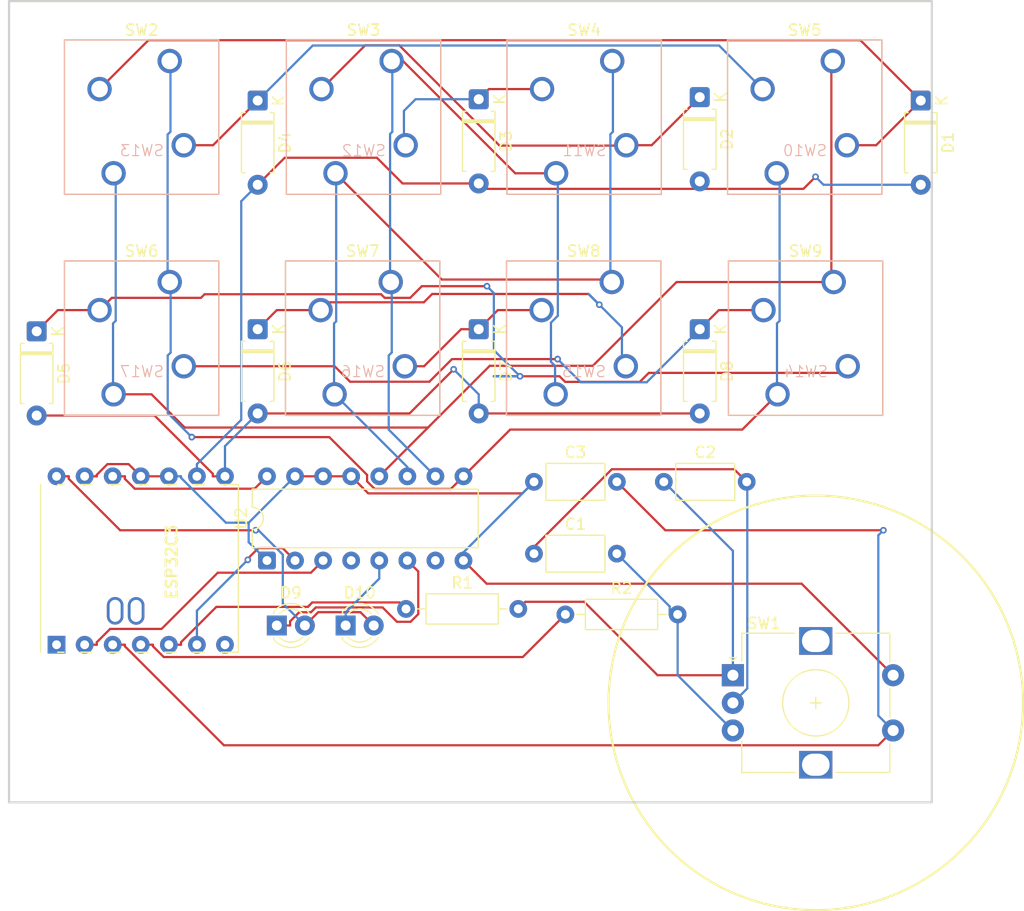
<source format=kicad_pcb>
(kicad_pcb (version 20241229) (generator "pcbnew") (generator_version "9.0")
  (layers (0 "F.Cu" signal) (2 "B.Cu" signal) (13 "F.Paste" user) (15 "B.Paste" user) (5 "F.SilkS" user "F.Silkscreen") (7 "B.SilkS" user "B.Silkscreen") (1 "F.Mask" user) (3 "B.Mask" user) (25 "Edge.Cuts" user))
  (net 0 "")
  (net 1 "Net-(C1-Pad1)")
  (net 2 "Net-(C1-Pad2)")
  (net 3 "Net-(C2-Pad1)")
  (net 4 "Net-(D1-A)")
  (net 5 "Net-(D1-K)")
  (net 6 "Net-(D2-K)")
  (net 7 "Net-(D3-K)")
  (net 8 "Net-(D4-K)")
  (net 9 "Net-(D5-A)")
  (net 10 "Net-(D5-K)")
  (net 11 "Net-(D6-K)")
  (net 12 "Net-(D7-K)")
  (net 13 "Net-(D8-K)")
  (net 14 "Net-(D9-K)")
  (net 15 "Net-(D10-A)")
  (net 16 "Net-(D10-K)")
  (net 17 "Net-(U1-PA8_A4_D4_SDA)")
  (net 18 "Net-(U1-PA11_A3_D3)")
  (net 19 "Net-(U1-PA5_A9_D9_MISO)")
  (net 20 "Net-(U1-PA10_A2_D2)")
  (net 21 "Net-(U2B-~{Q3})")
  (net 22 "Net-(U2B-~{Q2})")
  (net 23 "Net-(U2B-~{Q1})")
  (net 24 "Net-(U2B-~{Q0})")
  (net 25 "Net-(U1-PA4_A1_D1)")
  (net 27 "Net-(U1-3V3)")
  (net 29 "Net-(U1-PA9_A5_D5_SCL)")
  (footprint "esp32_xiao:SW_Cherry_MX_1.00u_PCB_reverse" (layer "F.Cu") (at 93.015 40.975)
    (property "Reference" "SW11")
    (property "Value" "SW_Push_reverse")
  )
  (footprint "Diode_THT:D_A-405_P7.62mm_Horizontal" (layer "F.Cu") (at 43.5 62.88 -90)
    (property "Reference" "D5")
    (property "Value" "1SS355VM")
  )
  (footprint "esp32_xiao:SW_Cherry_MX_1.00u_PCB_reverse" (layer "F.Cu") (at 52.975 60.975)
    (property "Reference" "SW17")
    (property "Value" "SW_Push_reverse")
  )
  (footprint "Button_Switch_Keyboard:SW_Cherry_MX_1.00u_PCB" (layer "F.Cu") (at 115.62 58.42)
    (property "Reference" "SW9")
    (property "Value" "SW_Push")
  )
  (footprint "esp32_xiao:ESP32C3_Footprint" (layer "F.Cu") (at 45.3 91.24 90)
    (property "Reference" "U1" (hide yes))
    (property "Value" "SeeeduinoXIAO" (hide yes))
  )
  (footprint "Resistor_THT:R_Axial_DIN0207_L6.3mm_D2.5mm_P10.16mm_Horizontal" (layer "F.Cu") (at 91.34 88.5)
    (property "Reference" "R2")
    (property "Value" "10kΩ")
  )
  (footprint "Diode_THT:D_A-405_P7.62mm_Horizontal" (layer "F.Cu") (at 83.5 41.88 -90)
    (property "Reference" "D3")
    (property "Value" "1SS355VM")
  )
  (footprint "esp32_xiao:SW_Cherry_MX_1.00u_PCB_reverse" (layer "F.Cu") (at 73.055 40.975)
    (property "Reference" "SW12")
    (property "Value" "SW_Push_reverse")
  )
  (footprint "Capacitor_THT:C_Axial_L5.1mm_D3.1mm_P7.50mm_Horizontal" (layer "F.Cu") (at 100.25 76.5)
    (property "Reference" "C2")
    (property "Value" "0.1uF")
  )
  (footprint "esp32_xiao:SW_Cherry_MX_1.00u_PCB_reverse" (layer "F.Cu") (at 72.975 60.975)
    (property "Reference" "SW16")
    (property "Value" "SW_Push_reverse")
  )
  (footprint "LED_THT:LED_D3.0mm_Clear" (layer "F.Cu") (at 65.23 89.5)
    (property "Reference" "D9")
    (property "Value" "LED")
  )
  (footprint "Button_Switch_Keyboard:SW_Cherry_MX_1.00u_PCB" (layer "F.Cu") (at 95.58 38.42)
    (property "Reference" "SW4")
    (property "Value" "SW_Push")
  )
  (footprint "Button_Switch_Keyboard:SW_Cherry_MX_1.00u_PCB" (layer "F.Cu") (at 55.54 58.42)
    (property "Reference" "SW6")
    (property "Value" "SW_Push")
  )
  (footprint "Package_DIP:CERDIP-16_W7.62mm_SideBrazed" (layer "F.Cu") (at 64.34 83.62 90)
    (property "Reference" "U2")
    (property "Value" "74LS139")
  )
  (footprint "Diode_THT:D_A-405_P7.62mm_Horizontal" (layer "F.Cu") (at 103.5 62.69 -90)
    (property "Reference" "D8")
    (property "Value" "1SS355VM")
  )
  (footprint "Resistor_THT:R_Axial_DIN0207_L6.3mm_D2.5mm_P10.16mm_Horizontal" (layer "F.Cu") (at 76.92 88)
    (property "Reference" "R1")
    (property "Value" "10kΩ")
  )
  (footprint "Diode_THT:D_A-405_P7.62mm_Horizontal" (layer "F.Cu") (at 63.5 42 -90)
    (property "Reference" "D4")
    (property "Value" "1SS355VM")
  )
  (footprint "Diode_THT:D_A-405_P7.62mm_Horizontal" (layer "F.Cu") (at 123.5 42 -90)
    (property "Reference" "D1")
    (property "Value" "1SS355VM")
  )
  (footprint "Button_Switch_Keyboard:SW_Cherry_MX_1.00u_PCB" (layer "F.Cu") (at 75.54 58.42)
    (property "Reference" "SW7")
    (property "Value" "SW_Push")
  )
  (footprint "Button_Switch_Keyboard:SW_Cherry_MX_1.00u_PCB" (layer "F.Cu") (at 55.54 38.42)
    (property "Reference" "SW2")
    (property "Value" "SW_Push")
  )
  (footprint "esp32_xiao:SW_Cherry_MX_1.00u_PCB_reverse" (layer "F.Cu") (at 112.975 40.975)
    (property "Reference" "SW10")
    (property "Value" "SW_Push_reverse")
  )
  (footprint "Capacitor_THT:C_Axial_L5.1mm_D3.1mm_P7.50mm_Horizontal" (layer "F.Cu") (at 88.5 83)
    (property "Reference" "C1")
    (property "Value" "0.1uF")
  )
  (footprint "Diode_THT:D_A-405_P7.62mm_Horizontal" (layer "F.Cu") (at 83.5 62.69 -90)
    (property "Reference" "D7")
    (property "Value" "1SS355VM")
  )
  (footprint "Diode_THT:D_A-405_P7.62mm_Horizontal" (layer "F.Cu") (at 63.5 62.69 -90)
    (property "Reference" "D6")
    (property "Value" "1SS355VM")
  )
  (footprint "Diode_THT:D_A-405_P7.62mm_Horizontal" (layer "F.Cu") (at 103.5 41.69 -90)
    (property "Reference" "D2")
    (property "Value" "1SS355VM")
  )
  (footprint "esp32_xiao:SW_Cherry_MX_1.00u_PCB_reverse" (layer "F.Cu") (at 92.975 60.975)
    (property "Reference" "SW15")
    (property "Value" "SW_Push_reverse")
  )
  (footprint "Button_Switch_Keyboard:SW_Cherry_MX_1.00u_PCB" (layer "F.Cu") (at 75.62 38.42)
    (property "Reference" "SW3")
    (property "Value" "SW_Push")
  )
  (footprint "LED_THT:LED_D3.0mm_Clear" (layer "F.Cu") (at 71.46 89.5)
    (property "Reference" "D10")
    (property "Value" "LED")
  )
  (footprint "Rotary_Encoder:RotaryEncoder_Alps_EC12E-Switch_Vertical_H20mm" (layer "F.Cu") (at 106.5 94)
    (property "Reference" "SW1")
    (property "Value" "RotaryEncoder_Switch")
  )
  (footprint "esp32_xiao:SW_Cherry_MX_1.00u_PCB_reverse" (layer "F.Cu") (at 52.975 40.975)
    (property "Reference" "SW13")
    (property "Value" "SW_Push_reverse")
  )
  (footprint "esp32_xiao:SW_Cherry_MX_1.00u_PCB_reverse" (layer "F.Cu") (at 113.055 60.975)
    (property "Reference" "SW14")
    (property "Value" "SW_Push_reverse")
  )
  (footprint "Button_Switch_Keyboard:SW_Cherry_MX_1.00u_PCB" (layer "F.Cu") (at 95.54 58.42)
    (property "Reference" "SW8")
    (property "Value" "SW_Push")
  )
  (footprint "Capacitor_THT:C_Axial_L5.1mm_D3.1mm_P7.50mm_Horizontal" (layer "F.Cu") (at 88.5 76.5)
    (property "Reference" "C3")
    (property "Value" "0.1uF")
  )
  (footprint "Button_Switch_Keyboard:SW_Cherry_MX_1.00u_PCB" (layer "F.Cu") (at 115.54 38.42)
    (property "Reference" "SW5")
    (property "Value" "SW_Push")
  )
  (gr_circle (center 114 96.5) (end 120.75 114) (stroke (width 0.2)) (fill no) (layer "F.SilkS"))
  (gr_rect (start 41 33) (end 124.5 105.5) (stroke (width 0.2)) (fill no) (layer "Edge.Cuts"))
  (segment (start 88.5 82.4022) (end 95.5426 75.3596) (width 0.2) (layer "F.Cu") (net 1))
  (segment (start 106.6096 75.3596) (end 107.75 76.5) (width 0.2) (layer "F.Cu") (net 1))
  (segment (start 95.5426 75.3596) (end 106.6096 75.3596) (width 0.2) (layer "F.Cu") (net 1))
  (segment (start 88.5 83) (end 88.5 82.4022) (width 0.2) (layer "F.Cu") (net 1))
  (segment (start 107.75 76.5) (end 107.8017 76.5517) (width 0.2) (layer "B.Cu") (net 1))
  (segment (start 107.8017 95.1983) (end 106.5 96.5) (width 0.2) (layer "B.Cu") (net 1))
  (segment (start 107.8017 76.5517) (end 107.8017 95.1983) (width 0.2) (layer "B.Cu") (net 1))
  (segment (start 96 83) (end 100.7798 87.7798) (width 0.2) (layer "B.Cu") (net 2))
  (segment (start 100.7798 87.7798) (end 100.7798 87.8211) (width 0.2) (layer "B.Cu") (net 2))
  (segment (start 101.5 94) (end 106.5 99) (width 0.2) (layer "B.Cu") (net 2))
  (segment (start 100.7798 87.8211) (end 100.7798 88.5) (width 0.2) (layer "B.Cu") (net 2))
  (segment (start 101.5 88.5) (end 101.5 94) (width 0.2) (layer "B.Cu") (net 2))
  (segment (start 100.7798 88.5) (end 101.5 88.5) (width 0.2) (layer "B.Cu") (net 2))
  (segment (start 87.7246 87.3554) (end 93.0387 87.3554) (width 0.2) (layer "F.Cu") (net 3))
  (segment (start 87.08 88) (end 87.7246 87.3554) (width 0.2) (layer "F.Cu") (net 3))
  (segment (start 93.0387 87.3554) (end 99.6833 94) (width 0.2) (layer "F.Cu") (net 3))
  (segment (start 99.6833 94) (end 106.5 94) (width 0.2) (layer "F.Cu") (net 3))
  (segment (start 106.5 82.75) (end 106.5 94) (width 0.2) (layer "B.Cu") (net 3))
  (segment (start 100.25 76.5) (end 106.5 82.75) (width 0.2) (layer "B.Cu") (net 3))
  (segment (start 103.5 49.9895) (end 83.9895 49.9895) (width 0.2) (layer "F.Cu") (net 4))
  (segment (start 83.9895 49.9895) (end 83.5 49.5) (width 0.2) (layer "F.Cu") (net 4))
  (segment (start 113.9761 48.894) (end 112.8806 49.9895) (width 0.2) (layer "F.Cu") (net 4))
  (segment (start 112.8806 49.9895) (end 103.5 49.9895) (width 0.2) (layer "F.Cu") (net 4))
  (segment (start 74.2847 47.1745) (end 76.6102 49.5) (width 0.2) (layer "F.Cu") (net 4))
  (segment (start 65.9455 47.1745) (end 74.2847 47.1745) (width 0.2) (layer "F.Cu") (net 4))
  (segment (start 63.5 49.62) (end 65.9455 47.1745) (width 0.2) (layer "F.Cu") (net 4))
  (segment (start 103.5 49.9895) (end 103.5 49.31) (width 0.2) (layer "F.Cu") (net 4))
  (segment (start 76.6102 49.5) (end 83.5 49.5) (width 0.2) (layer "F.Cu") (net 4))
  (via (at 113.9761 48.894) (size 0.6) (drill 0.3) (layers "F.Cu" "B.Cu") (net 4))
  (segment (start 62.0109 70.8874) (end 62.0109 51.1091) (width 0.2) (layer "B.Cu") (net 4))
  (segment (start 58 76) (end 58 74.8983) (width 0.2) (layer "B.Cu") (net 4))
  (segment (start 62.0109 51.1091) (end 63.5 49.62) (width 0.2) (layer "B.Cu") (net 4))
  (segment (start 114.7021 49.62) (end 113.9761 48.894) (width 0.2) (layer "B.Cu") (net 4))
  (segment (start 58 74.8983) (end 62.0109 70.8874) (width 0.2) (layer "B.Cu") (net 4))
  (segment (start 123.5 49.62) (end 114.7021 49.62) (width 0.2) (layer "B.Cu") (net 4))
  (segment (start 53.131 37.019) (end 49.19 40.96) (width 0.2) (layer "F.Cu") (net 5))
  (segment (start 123.5 42) (end 119.46 46.04) (width 0.2) (layer "F.Cu") (net 5))
  (segment (start 118.0376 36.5376) (end 53.6124 36.5376) (width 0.2) (layer "F.Cu") (net 5))
  (segment (start 119.46 46.04) (end 116.81 46.04) (width 0.2) (layer "F.Cu") (net 5))
  (segment (start 123.5 42) (end 118.0376 36.5376) (width 0.2) (layer "F.Cu") (net 5))
  (segment (start 53.6124 36.5376) (end 53.131 37.019) (width 0.2) (layer "F.Cu") (net 5))
  (segment (start 73.2316 36.9984) (end 76.3057 36.9984) (width 0.2) (layer "F.Cu") (net 6))
  (segment (start 99.15 46.04) (end 103.5 41.69) (width 0.2) (layer "F.Cu") (net 6))
  (segment (start 69.27 40.96) (end 73.2316 36.9984) (width 0.2) (layer "F.Cu") (net 6))
  (segment (start 96.85 46.04) (end 99.15 46.04) (width 0.2) (layer "F.Cu") (net 6))
  (segment (start 85.3819 46.0746) (end 96.8154 46.0746) (width 0.2) (layer "F.Cu") (net 6))
  (segment (start 96.8154 46.0746) (end 96.85 46.04) (width 0.2) (layer "F.Cu") (net 6))
  (segment (start 76.3057 36.9984) (end 85.3819 46.0746) (width 0.2) (layer "F.Cu") (net 6))
  (segment (start 84.42 40.96) (end 83.5 41.88) (width 0.2) (layer "F.Cu") (net 7))
  (segment (start 89.23 40.96) (end 84.42 40.96) (width 0.2) (layer "F.Cu") (net 7))
  (segment (start 76.7332 45.8832) (end 76.7332 42.9331) (width 0.2) (layer "B.Cu") (net 7))
  (segment (start 76.7332 42.9331) (end 77.7863 41.88) (width 0.2) (layer "B.Cu") (net 7))
  (segment (start 76.89 46.04) (end 76.7332 45.8832) (width 0.2) (layer "B.Cu") (net 7))
  (segment (start 77.7863 41.88) (end 83.5 41.88) (width 0.2) (layer "B.Cu") (net 7))
  (segment (start 63.5 42) (end 59.46 46.04) (width 0.2) (layer "F.Cu") (net 8))
  (segment (start 59.46 46.04) (end 56.81 46.04) (width 0.2) (layer "F.Cu") (net 8))
  (segment (start 63.5 42) (end 68.481 37.019) (width 0.2) (layer "B.Cu") (net 8))
  (segment (start 105.249 37.019) (end 109.19 40.96) (width 0.2) (layer "B.Cu") (net 8))
  (segment (start 68.481 37.019) (end 105.249 37.019) (width 0.2) (layer "B.Cu") (net 8))
  (segment (start 60.54 76) (end 59.4383 76) (width 0.2) (layer "F.Cu") (net 9))
  (segment (start 63.5 70.31) (end 77.2406 70.31) (width 0.2) (layer "F.Cu") (net 9))
  (segment (start 103.5 70.31) (end 83.5 70.31) (width 0.2) (layer "F.Cu") (net 9))
  (segment (start 54.1666 70.5) (end 59.4383 75.7717) (width 0.2) (layer "F.Cu") (net 9))
  (segment (start 43.5 70.5) (end 54.1666 70.5) (width 0.2) (layer "F.Cu") (net 9))
  (segment (start 77.2406 70.31) (end 81.2321 66.3185) (width 0.2) (layer "F.Cu") (net 9))
  (segment (start 59.4383 75.7717) (end 59.4383 76) (width 0.2) (layer "F.Cu") (net 9))
  (via (at 81.2321 66.3185) (size 0.6) (drill 0.3) (layers "F.Cu" "B.Cu") (net 9))
  (segment (start 83.5 68.5864) (end 83.5 70.31) (width 0.2) (layer "B.Cu") (net 9))
  (segment (start 81.2321 66.3185) (end 83.5 68.5864) (width 0.2) (layer "B.Cu") (net 9))
  (segment (start 60.54 73.27) (end 60.54 76) (width 0.2) (layer "B.Cu") (net 9))
  (segment (start 63.5 70.31) (end 60.54 73.27) (width 0.2) (layer "B.Cu") (net 9))
  (segment (start 58.6956 59.5241) (end 58.368 59.8517) (width 0.2) (layer "F.Cu") (net 10))
  (segment (start 50.2983 59.8517) (end 49.19 60.96) (width 0.2) (layer "F.Cu") (net 10))
  (segment (start 43.5 62.88) (end 45.42 60.96) (width 0.2) (layer "F.Cu") (net 10))
  (segment (start 84.8687 66.948) (end 87.2342 66.948) (width 0.2) (layer "F.Cu") (net 10))
  (segment (start 74.6618 59.5241) (end 58.6956 59.5241) (width 0.2) (layer "F.Cu") (net 10))
  (segment (start 87.2342 66.948) (end 84.8687 66.948) (width 0.2) (layer "F.Cu") (net 10))
  (segment (start 116.89 66.04) (end 116.2882 66.6418) (width 0.2) (layer "F.Cu") (net 10))
  (segment (start 45.42 60.96) (end 49.19 60.96) (width 0.2) (layer "F.Cu") (net 10))
  (segment (start 84.2449 58.796) (end 78.3526 58.796) (width 0.2) (layer "F.Cu") (net 10))
  (segment (start 91.3182 67.4558) (end 90.8104 66.948) (width 0.2) (layer "F.Cu") (net 10))
  (segment (start 74.9894 59.8517) (end 74.6618 59.5241) (width 0.2) (layer "F.Cu") (net 10))
  (segment (start 90.8104 66.948) (end 87.2342 66.948) (width 0.2) (layer "F.Cu") (net 10))
  (segment (start 98.0772 67.4558) (end 91.3182 67.4558) (width 0.2) (layer "F.Cu") (net 10))
  (segment (start 116.2882 66.6418) (end 98.8912 66.6418) (width 0.2) (layer "F.Cu") (net 10))
  (segment (start 98.8912 66.6418) (end 98.0772 67.4558) (width 0.2) (layer "F.Cu") (net 10))
  (segment (start 77.2969 59.8517) (end 74.9894 59.8517) (width 0.2) (layer "F.Cu") (net 10))
  (segment (start 58.368 59.8517) (end 50.2983 59.8517) (width 0.2) (layer "F.Cu") (net 10))
  (segment (start 78.3526 58.796) (end 77.2969 59.8517) (width 0.2) (layer "F.Cu") (net 10))
  (via (at 84.2449 58.796) (size 0.6) (drill 0.3) (layers "F.Cu" "B.Cu") (net 10))
  (via (at 87.2342 66.948) (size 0.6) (drill 0.3) (layers "F.Cu" "B.Cu") (net 10))
  (segment (start 84.2449 58.796) (end 84.1628 58.8781) (width 0.2) (layer "B.Cu") (net 10))
  (segment (start 84.8687 66.948) (end 87.2342 66.948) (width 0.2) (layer "B.Cu") (net 10))
  (segment (start 87.2342 66.948) (end 84.8687 66.948) (width 0.2) (layer "B.Cu") (net 10))
  (segment (start 84.8687 59.4198) (end 84.2449 58.796) (width 0.2) (layer "B.Cu") (net 10))
  (segment (start 87.2342 66.948) (end 84.8687 64.5825) (width 0.2) (layer "B.Cu") (net 10))
  (segment (start 84.8687 64.5825) (end 84.8687 59.4198) (width 0.2) (layer "B.Cu") (net 10))
  (segment (start 84.1628 58.8781) (end 84.2449 58.796) (width 0.2) (layer "B.Cu") (net 10))
  (segment (start 93.4427 59.5019) (end 94.411 60.4702) (width 0.2) (layer "F.Cu") (net 11))
  (segment (start 63.5 62.69) (end 65.23 60.96) (width 0.2) (layer "F.Cu") (net 11))
  (segment (start 78.5342 60.2534) (end 79.2857 59.5019) (width 0.2) (layer "F.Cu") (net 11))
  (segment (start 79.2857 59.5019) (end 93.4427 59.5019) (width 0.2) (layer "F.Cu") (net 11))
  (segment (start 69.19 60.96) (end 69.8966 60.2534) (width 0.2) (layer "F.Cu") (net 11))
  (segment (start 69.8966 60.2534) (end 78.5342 60.2534) (width 0.2) (layer "F.Cu") (net 11))
  (segment (start 65.23 60.96) (end 69.19 60.96) (width 0.2) (layer "F.Cu") (net 11))
  (via (at 94.411 60.4702) (size 0.6) (drill 0.3) (layers "F.Cu" "B.Cu") (net 11))
  (segment (start 96.4602 65.6902) (end 96.4602 62.5194) (width 0.2) (layer "B.Cu") (net 11))
  (segment (start 96.81 66.04) (end 96.4602 65.6902) (width 0.2) (layer "B.Cu") (net 11))
  (segment (start 96.4602 62.5194) (end 94.411 60.4702) (width 0.2) (layer "B.Cu") (net 11))
  (segment (start 93.4412 59.5004) (end 94.411 60.4702) (width 0.2) (layer "B.Cu") (net 11))
  (segment (start 94.411 60.4702) (end 93.4412 59.5004) (width 0.2) (layer "B.Cu") (net 11))
  (segment (start 81.9035 62.69) (end 78.5535 66.04) (width 0.2) (layer "F.Cu") (net 12))
  (segment (start 85.23 60.96) (end 89.19 60.96) (width 0.2) (layer "F.Cu") (net 12))
  (segment (start 78.5535 66.04) (end 76.81 66.04) (width 0.2) (layer "F.Cu") (net 12))
  (segment (start 83.5 62.69) (end 85.23 60.96) (width 0.2) (layer "F.Cu") (net 12))
  (segment (start 83.5 62.69) (end 81.9035 62.69) (width 0.2) (layer "F.Cu") (net 12))
  (segment (start 70.46 66.04) (end 71.8629 67.4429) (width 0.2) (layer "F.Cu") (net 13))
  (segment (start 71.8629 67.4429) (end 79.0299 67.4429) (width 0.2) (layer "F.Cu") (net 13))
  (segment (start 79.0299 67.4429) (end 81.0788 65.394) (width 0.2) (layer "F.Cu") (net 13))
  (segment (start 109.27 60.96) (end 105.23 60.96) (width 0.2) (layer "F.Cu") (net 13))
  (segment (start 56.81 66.04) (end 70.46 66.04) (width 0.2) (layer "F.Cu") (net 13))
  (segment (start 81.0788 65.394) (end 90.6391 65.394) (width 0.2) (layer "F.Cu") (net 13))
  (segment (start 105.23 60.96) (end 103.5 62.69) (width 0.2) (layer "F.Cu") (net 13))
  (via (at 90.6391 65.394) (size 0.6) (drill 0.3) (layers "F.Cu" "B.Cu") (net 13))
  (segment (start 90.6391 65.394) (end 92.7361 67.491) (width 0.2) (layer "B.Cu") (net 13))
  (segment (start 92.7361 67.491) (end 98.699 67.491) (width 0.2) (layer "B.Cu") (net 13))
  (segment (start 98.699 67.491) (end 103.5 62.69) (width 0.2) (layer "B.Cu") (net 13))
  (segment (start 67.2578 88.2983) (end 66.4317 89.1244) (width 0.2) (layer "F.Cu") (net 14))
  (segment (start 78.0278 88.4692) (end 77.3312 89.1658) (width 0.2) (layer "F.Cu") (net 14))
  (segment (start 77.3312 89.1658) (end 76.0991 89.1658) (width 0.2) (layer "F.Cu") (net 14))
  (segment (start 76.0991 89.1658) (end 74.7983 87.865) (width 0.2) (layer "F.Cu") (net 14))
  (segment (start 74.7983 87.865) (end 68.7568 87.865) (width 0.2) (layer "F.Cu") (net 14))
  (segment (start 68.7568 87.865) (end 68.3235 88.2983) (width 0.2) (layer "F.Cu") (net 14))
  (segment (start 78.0278 84.6078) (end 78.0278 88.4692) (width 0.2) (layer "F.Cu") (net 14))
  (segment (start 68.3235 88.2983) (end 67.2578 88.2983) (width 0.2) (layer "F.Cu") (net 14))
  (segment (start 65.23 89.5) (end 66.4317 89.5) (width 0.2) (layer "F.Cu") (net 14))
  (segment (start 77.04 83.62) (end 78.0278 84.6078) (width 0.2) (layer "F.Cu") (net 14))
  (segment (start 66.4317 89.1244) (end 66.4317 89.5) (width 0.2) (layer "F.Cu") (net 14))
  (segment (start 45.3 76) (end 46.4017 76) (width 0.2) (layer "F.Cu") (net 15))
  (segment (start 63.3198 80.882) (end 63.5662 80.882) (width 0.2) (layer "F.Cu") (net 15))
  (segment (start 46.4017 76.2283) (end 46.4017 76) (width 0.2) (layer "F.Cu") (net 15))
  (segment (start 63.3198 80.882) (end 51.0554 80.882) (width 0.2) (layer "F.Cu") (net 15))
  (segment (start 72.7948 88.2948) (end 68.9752 88.2948) (width 0.2) (layer "F.Cu") (net 15))
  (segment (start 51.0554 80.882) (end 46.4017 76.2283) (width 0.2) (layer "F.Cu") (net 15))
  (segment (start 68.9752 88.2948) (end 67.77 89.5) (width 0.2) (layer "F.Cu") (net 15))
  (segment (start 63.5662 80.882) (end 63.3198 80.882) (width 0.2) (layer "F.Cu") (net 15))
  (segment (start 74 89.5) (end 72.7948 88.2948) (width 0.2) (layer "F.Cu") (net 15))
  (via (at 63.3198 80.882) (size 0.6) (drill 0.3) (layers "F.Cu" "B.Cu") (net 15))
  (segment (start 65.7718 83.0876) (end 63.5662 80.882) (width 0.2) (layer "B.Cu") (net 15))
  (segment (start 65.7718 87.5018) (end 65.7718 83.0876) (width 0.2) (layer "B.Cu") (net 15))
  (segment (start 63.3198 80.882) (end 63.5662 80.882) (width 0.2) (layer "B.Cu") (net 15))
  (segment (start 63.5662 80.882) (end 63.3198 80.882) (width 0.2) (layer "B.Cu") (net 15))
  (segment (start 63.5662 80.882) (end 63.3198 80.882) (width 0.2) (layer "B.Cu") (net 15))
  (segment (start 67.77 89.5) (end 65.7718 87.5018) (width 0.2) (layer "B.Cu") (net 15))
  (segment (start 71.46 89.5) (end 71.46 88.2983) (width 0.2) (layer "B.Cu") (net 16))
  (segment (start 71.46 88.2983) (end 74.5 85.2583) (width 0.2) (layer "B.Cu") (net 16))
  (segment (start 74.5 85.2583) (end 74.5 83.62) (width 0.2) (layer "B.Cu") (net 16))
  (segment (start 68.0386 87.815) (end 59.7584 87.815) (width 0.2) (layer "F.Cu") (net 17))
  (segment (start 68.4403 87.4133) (end 68.2049 87.6487) (width 0.2) (layer "F.Cu") (net 17))
  (segment (start 55.46 91.24) (end 56.5617 91.24) (width 0.2) (layer "F.Cu") (net 17))
  (segment (start 76.92 88) (end 76.3333 87.4133) (width 0.2) (layer "F.Cu") (net 17))
  (segment (start 68.2049 87.6487) (end 68.0386 87.815) (width 0.2) (layer "F.Cu") (net 17))
  (segment (start 59.7584 87.815) (end 56.5617 91.0117) (width 0.2) (layer "F.Cu") (net 17))
  (segment (start 68.2049 87.6487) (end 68.0386 87.815) (width 0.2) (layer "F.Cu") (net 17))
  (segment (start 76.3333 87.4133) (end 68.4403 87.4133) (width 0.2) (layer "F.Cu") (net 17))
  (segment (start 56.5617 91.0117) (end 56.5617 91.24) (width 0.2) (layer "F.Cu") (net 17))
  (segment (start 54.0217 91.24) (end 54.0217 91.3777) (width 0.2) (layer "F.Cu") (net 18))
  (segment (start 87.4876 92.3524) (end 91.34 88.5) (width 0.2) (layer "F.Cu") (net 18))
  (segment (start 54.9964 92.3524) (end 87.4876 92.3524) (width 0.2) (layer "F.Cu") (net 18))
  (segment (start 54.0217 91.3777) (end 54.9964 92.3524) (width 0.2) (layer "F.Cu") (net 18))
  (segment (start 52.92 91.24) (end 54.0217 91.24) (width 0.2) (layer "F.Cu") (net 18))
  (segment (start 73.5046 77.5446) (end 87.4554 77.5446) (width 0.2) (layer "F.Cu") (net 19))
  (segment (start 48.9417 75.8623) (end 49.9088 74.8952) (width 0.2) (layer "F.Cu") (net 19))
  (segment (start 71.96 76) (end 73.5046 77.5446) (width 0.2) (layer "F.Cu") (net 19))
  (segment (start 47.84 76) (end 48.9417 76) (width 0.2) (layer "F.Cu") (net 19))
  (segment (start 48.9417 76) (end 48.9417 75.8623) (width 0.2) (layer "F.Cu") (net 19))
  (segment (start 49.9088 74.8952) (end 51.8152 74.8952) (width 0.2) (layer "F.Cu") (net 19))
  (segment (start 66.88 76) (end 69.42 76) (width 0.2) (layer "F.Cu") (net 19))
  (segment (start 112.7181 85.7181) (end 84.2181 85.7181) (width 0.2) (layer "F.Cu") (net 19))
  (segment (start 52.92 76) (end 55.46 76) (width 0.2) (layer "F.Cu") (net 19))
  (segment (start 71.96 76) (end 69.42 76) (width 0.2) (layer "F.Cu") (net 19))
  (segment (start 121 94) (end 112.7181 85.7181) (width 0.2) (layer "F.Cu") (net 19))
  (segment (start 51.8152 74.8952) (end 52.92 76) (width 0.2) (layer "F.Cu") (net 19))
  (segment (start 84.2181 85.7181) (end 82.12 83.62) (width 0.2) (layer "F.Cu") (net 19))
  (segment (start 87.4554 77.5446) (end 88.5 76.5) (width 0.2) (layer "F.Cu") (net 19))
  (segment (start 56.5617 76) (end 56.5617 76.1377) (width 0.2) (layer "B.Cu") (net 19))
  (segment (start 82.12 82.88) (end 82.12 83.62) (width 0.2) (layer "B.Cu") (net 19))
  (segment (start 88.5 76.5) (end 82.12 82.88) (width 0.2) (layer "B.Cu") (net 19))
  (segment (start 55.46 76) (end 56.5617 76) (width 0.2) (layer "B.Cu") (net 19))
  (segment (start 56.5617 76.1377) (end 60.6214 80.1974) (width 0.2) (layer "B.Cu") (net 19))
  (segment (start 60.6214 80.1974) (end 62.6826 80.1974) (width 0.2) (layer "B.Cu") (net 19))
  (segment (start 64.34 83.62) (end 62.6826 81.9626) (width 0.2) (layer "B.Cu") (net 19))
  (segment (start 62.6826 81.9626) (end 62.6826 80.1974) (width 0.2) (layer "B.Cu") (net 19))
  (segment (start 62.6826 80.1974) (end 66.88 76) (width 0.2) (layer "B.Cu") (net 19))
  (segment (start 51.4817 91.3777) (end 60.4415 100.3375) (width 0.2) (layer "F.Cu") (net 20))
  (segment (start 60.4415 100.3375) (end 119.6625 100.3375) (width 0.2) (layer "F.Cu") (net 20))
  (segment (start 120.1165 80.882) (end 100.382 80.882) (width 0.2) (layer "F.Cu") (net 20))
  (segment (start 100.382 80.882) (end 96 76.5) (width 0.2) (layer "F.Cu") (net 20))
  (segment (start 119.6625 100.3375) (end 121 99) (width 0.2) (layer "F.Cu") (net 20))
  (segment (start 50.38 91.24) (end 51.4817 91.24) (width 0.2) (layer "F.Cu") (net 20))
  (segment (start 51.4817 91.24) (end 51.4817 91.3777) (width 0.2) (layer "F.Cu") (net 20))
  (via (at 120.1165 80.882) (size 0.6) (drill 0.3) (layers "F.Cu" "B.Cu") (net 20))
  (segment (start 119.6593 97.6593) (end 119.6593 81.3392) (width 0.2) (layer "B.Cu") (net 20))
  (segment (start 121 99) (end 119.6593 97.6593) (width 0.2) (layer "B.Cu") (net 20))
  (segment (start 119.6593 81.3392) (end 120.1165 80.882) (width 0.2) (layer "B.Cu") (net 20))
  (segment (start 107.3479 71.7721) (end 86.3479 71.7721) (width 0.2) (layer "F.Cu") (net 21))
  (segment (start 80.9771 77.1429) (end 82.12 76) (width 0.2) (layer "F.Cu") (net 21))
  (segment (start 69.9792 72.4535) (end 73.3983 75.8726) (width 0.2) (layer "F.Cu") (net 21))
  (segment (start 73.3983 75.8726) (end 73.3983 76.4563) (width 0.2) (layer "F.Cu") (net 21))
  (segment (start 110.54 68.58) (end 107.3479 71.7721) (width 0.2) (layer "F.Cu") (net 21))
  (segment (start 73.3983 76.4563) (end 74.0849 77.1429) (width 0.2) (layer "F.Cu") (net 21))
  (segment (start 57.5378 72.4535) (end 69.9792 72.4535) (width 0.2) (layer "F.Cu") (net 21))
  (segment (start 86.3479 71.7721) (end 82.12 76) (width 0.2) (layer "F.Cu") (net 21))
  (segment (start 74.0849 77.1429) (end 80.9771 77.1429) (width 0.2) (layer "F.Cu") (net 21))
  (via (at 57.5378 72.4535) (size 0.6) (drill 0.3) (layers "F.Cu" "B.Cu") (net 21))
  (segment (start 110.7258 61.9288) (end 110.4892 62.1654) (width 0.2) (layer "B.Cu") (net 21))
  (segment (start 55.6074 38.4874) (end 55.54 38.42) (width 0.2) (layer "B.Cu") (net 21))
  (segment (start 55.3575 70.2732) (end 55.3575 65.0679) (width 0.2) (layer "B.Cu") (net 21))
  (segment (start 110.4892 68.5292) (end 110.54 68.58) (width 0.2) (layer "B.Cu") (net 21))
  (segment (start 55.6074 44.818) (end 55.6074 38.4874) (width 0.2) (layer "B.Cu") (net 21))
  (segment (start 110.7258 48.8458) (end 110.7258 61.9288) (width 0.2) (layer "B.Cu") (net 21))
  (segment (start 55.3481 45.0773) (end 55.6074 44.818) (width 0.2) (layer "B.Cu") (net 21))
  (segment (start 55.6239 58.5039) (end 55.54 58.42) (width 0.2) (layer "B.Cu") (net 21))
  (segment (start 55.6239 64.8015) (end 55.6239 58.5039) (width 0.2) (layer "B.Cu") (net 21))
  (segment (start 110.46 48.58) (end 110.7258 48.8458) (width 0.2) (layer "B.Cu") (net 21))
  (segment (start 55.3481 58.2281) (end 55.3481 45.0773) (width 0.2) (layer "B.Cu") (net 21))
  (segment (start 110.4892 62.1654) (end 110.4892 68.5292) (width 0.2) (layer "B.Cu") (net 21))
  (segment (start 55.54 58.42) (end 55.3481 58.2281) (width 0.2) (layer "B.Cu") (net 21))
  (segment (start 57.5378 72.4535) (end 55.3575 70.2732) (width 0.2) (layer "B.Cu") (net 21))
  (segment (start 55.3575 65.0679) (end 55.6239 64.8015) (width 0.2) (layer "B.Cu") (net 21))
  (segment (start 75.62 38.42) (end 76.6454 38.42) (width 0.2) (layer "F.Cu") (net 22))
  (segment (start 76.6454 38.42) (end 86.8054 48.58) (width 0.2) (layer "F.Cu") (net 22))
  (segment (start 86.8054 48.58) (end 90.5 48.58) (width 0.2) (layer "F.Cu") (net 22))
  (segment (start 75.3558 65.0696) (end 75.6314 64.794) (width 0.2) (layer "B.Cu") (net 22))
  (segment (start 75.4785 45.0269) (end 75.6806 44.8248) (width 0.2) (layer "B.Cu") (net 22))
  (segment (start 90.6589 61.4735) (end 90.0374 62.095) (width 0.2) (layer "B.Cu") (net 22))
  (segment (start 75.6314 58.5114) (end 75.54 58.42) (width 0.2) (layer "B.Cu") (net 22))
  (segment (start 75.6806 44.8248) (end 75.6806 38.4806) (width 0.2) (layer "B.Cu") (net 22))
  (segment (start 90.5 48.58) (end 90.6589 48.7389) (width 0.2) (layer "B.Cu") (net 22))
  (segment (start 75.4785 58.3585) (end 75.4785 45.0269) (width 0.2) (layer "B.Cu") (net 22))
  (segment (start 90.4077 68.5277) (end 90.46 68.58) (width 0.2) (layer "B.Cu") (net 22))
  (segment (start 75.54 58.42) (end 75.4785 58.3585) (width 0.2) (layer "B.Cu") (net 22))
  (segment (start 90.4077 66.0133) (end 90.4077 68.5277) (width 0.2) (layer "B.Cu") (net 22))
  (segment (start 75.3558 71.7758) (end 75.3558 65.0696) (width 0.2) (layer "B.Cu") (net 22))
  (segment (start 90.0374 62.095) (end 90.0374 65.6431) (width 0.2) (layer "B.Cu") (net 22))
  (segment (start 90.4076 66.0133) (end 90.4077 66.0133) (width 0.2) (layer "B.Cu") (net 22))
  (segment (start 75.6806 38.4806) (end 75.62 38.42) (width 0.2) (layer "B.Cu") (net 22))
  (segment (start 90.0374 65.6431) (end 90.4076 66.0133) (width 0.2) (layer "B.Cu") (net 22))
  (segment (start 75.6314 64.794) (end 75.6314 58.5114) (width 0.2) (layer "B.Cu") (net 22))
  (segment (start 90.6589 48.7389) (end 90.6589 61.4735) (width 0.2) (layer "B.Cu") (net 22))
  (segment (start 79.58 76) (end 75.3558 71.7758) (width 0.2) (layer "B.Cu") (net 22))
  (segment (start 80.1543 58.1943) (end 70.54 48.58) (width 0.2) (layer "F.Cu") (net 23))
  (segment (start 95.54 58.42) (end 95.3143 58.1943) (width 0.2) (layer "F.Cu") (net 23))
  (segment (start 95.3143 58.1943) (end 80.1543 58.1943) (width 0.2) (layer "F.Cu") (net 23))
  (segment (start 70.54 48.58) (end 70.6015 48.6415) (width 0.2) (layer "B.Cu") (net 23))
  (segment (start 95.6426 44.8228) (end 95.6426 38.4826) (width 0.2) (layer "B.Cu") (net 23))
  (segment (start 70.4092 62.1654) (end 70.4092 68.5292) (width 0.2) (layer "B.Cu") (net 23))
  (segment (start 70.6015 61.9731) (end 70.4092 62.1654) (width 0.2) (layer "B.Cu") (net 23))
  (segment (start 70.4092 68.5292) (end 70.46 68.58) (width 0.2) (layer "B.Cu") (net 23))
  (segment (start 70.46 68.58) (end 77.04 75.16) (width 0.2) (layer "B.Cu") (net 23))
  (segment (start 95.54 58.42) (end 95.4146 58.2946) (width 0.2) (layer "B.Cu") (net 23))
  (segment (start 95.4146 45.0508) (end 95.6426 44.8228) (width 0.2) (layer "B.Cu") (net 23))
  (segment (start 70.6015 48.6415) (end 70.6015 61.9731) (width 0.2) (layer "B.Cu") (net 23))
  (segment (start 77.04 75.16) (end 77.04 76) (width 0.2) (layer "B.Cu") (net 23))
  (segment (start 95.6426 38.4826) (end 95.58 38.42) (width 0.2) (layer "B.Cu") (net 23))
  (segment (start 95.4146 58.2946) (end 95.4146 45.0508) (width 0.2) (layer "B.Cu") (net 23))
  (segment (start 115.409 38.551) (end 115.409 58.209) (width 0.2) (layer "F.Cu") (net 24))
  (segment (start 78.9116 71.5884) (end 56.8984 71.5884) (width 0.2) (layer "F.Cu") (net 24))
  (segment (start 84.5 66) (end 79.59 70.91) (width 0.2) (layer "F.Cu") (net 24))
  (segment (start 79.1314 71.3686) (end 78.9898 71.5102) (width 0.2) (layer "F.Cu") (net 24))
  (segment (start 78.9898 71.5102) (end 78.9116 71.5884) (width 0.2) (layer "F.Cu") (net 24))
  (segment (start 115.409 58.209) (end 115.62 58.42) (width 0.2) (layer "F.Cu") (net 24))
  (segment (start 115.54 38.42) (end 115.409 38.551) (width 0.2) (layer "F.Cu") (net 24))
  (segment (start 79.59 70.91) (end 79.1314 71.3686) (width 0.2) (layer "F.Cu") (net 24))
  (segment (start 93.8248 66) (end 84.5 66) (width 0.2) (layer "F.Cu") (net 24))
  (segment (start 56.8984 71.5884) (end 53.89 68.58) (width 0.2) (layer "F.Cu") (net 24))
  (segment (start 101.405 58.42) (end 93.8248 66) (width 0.2) (layer "F.Cu") (net 24))
  (segment (start 78.9116 71.5884) (end 74.5 76) (width 0.2) (layer "F.Cu") (net 24))
  (segment (start 115.62 58.42) (end 101.405 58.42) (width 0.2) (layer "F.Cu") (net 24))
  (segment (start 53.89 68.58) (end 50.46 68.58) (width 0.2) (layer "F.Cu") (net 24))
  (segment (start 50.46 48.58) (end 50.6519 48.7719) (width 0.2) (layer "B.Cu") (net 24))
  (segment (start 50.6519 48.7719) (end 50.6519 61.9227) (width 0.2) (layer "B.Cu") (net 24))
  (segment (start 50.6519 61.9227) (end 50.4092 62.1654) (width 0.2) (layer "B.Cu") (net 24))
  (segment (start 50.4092 62.1654) (end 50.4092 68.5292) (width 0.2) (layer "B.Cu") (net 24))
  (segment (start 50.4092 68.5292) (end 50.46 68.58) (width 0.2) (layer "B.Cu") (net 24))
  (segment (start 48.9417 91.0117) (end 48.9417 91.24) (width 0.2) (layer "F.Cu") (net 25))
  (segment (start 50.1442 89.8092) (end 48.9417 91.0117) (width 0.2) (layer "F.Cu") (net 25))
  (segment (start 59.8894 84.7227) (end 54.8029 89.8092) (width 0.2) (layer "F.Cu") (net 25))
  (segment (start 68.3173 84.7227) (end 59.8894 84.7227) (width 0.2) (layer "F.Cu") (net 25))
  (segment (start 47.84 91.24) (end 48.9417 91.24) (width 0.2) (layer "F.Cu") (net 25))
  (segment (start 54.8029 89.8092) (end 50.1442 89.8092) (width 0.2) (layer "F.Cu") (net 25))
  (segment (start 69.42 83.62) (end 68.3173 84.7227) (width 0.2) (layer "F.Cu") (net 25))
  (segment (start 64.34 76) (end 63.2175 77.1225) (width 0.2) (layer "F.Cu") (net 27))
  (segment (start 51.4817 76.2283) (end 51.4817 76) (width 0.2) (layer "F.Cu") (net 27))
  (segment (start 63.2175 77.1225) (end 52.3759 77.1225) (width 0.2) (layer "F.Cu") (net 27))
  (segment (start 50.38 76) (end 51.4817 76) (width 0.2) (layer "F.Cu") (net 27))
  (segment (start 52.3759 77.1225) (end 51.4817 76.2283) (width 0.2) (layer "F.Cu") (net 27))
  (segment (start 62.604 83.4539) (end 62.604 83.5574) (width 0.2) (layer "F.Cu") (net 29))
  (segment (start 63.5665 82.4914) (end 62.604 83.4539) (width 0.2) (layer "F.Cu") (net 29))
  (segment (start 65.7514 82.4914) (end 63.5665 82.4914) (width 0.2) (layer "F.Cu") (net 29))
  (segment (start 66.88 83.62) (end 65.7514 82.4914) (width 0.2) (layer "F.Cu") (net 29))
  (segment (start 62.604 83.5574) (end 62.604 83.4539) (width 0.2) (layer "F.Cu") (net 29))
  (segment (start 62.604 83.4539) (end 62.604 83.5574) (width 0.2) (layer "F.Cu") (net 29))
  (via (at 62.604 83.5574) (size 0.6) (drill 0.3) (layers "F.Cu" "B.Cu") (net 29))
  (segment (start 62.604 83.5574) (end 62.604 83.4539) (width 0.2) (layer "B.Cu") (net 29))
  (segment (start 62.604 83.4539) (end 62.604 83.5574) (width 0.2) (layer "B.Cu") (net 29))
  (segment (start 58 88.1614) (end 58 91.24) (width 0.2) (layer "B.Cu") (net 29))
  (segment (start 62.604 83.5574) (end 58 88.1614) (width 0.2) (layer "B.Cu") (net 29))
)
</source>
